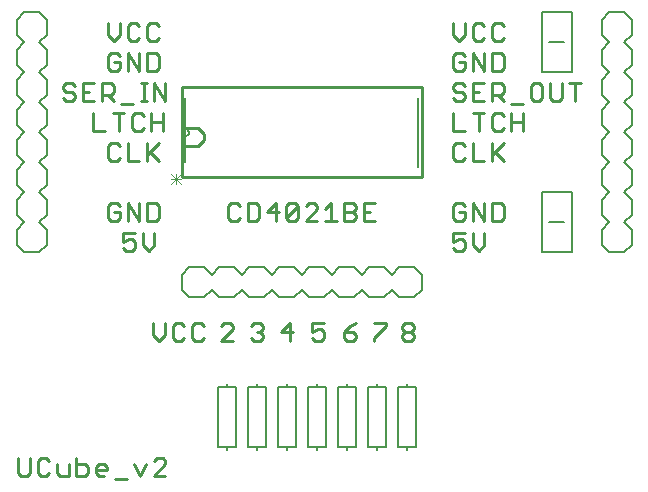
<source format=gto>
G75*
G70*
%OFA0B0*%
%FSLAX24Y24*%
%IPPOS*%
%LPD*%
%AMOC8*
5,1,8,0,0,1.08239X$1,22.5*
%
%ADD10C,0.0100*%
%ADD11C,0.0110*%
%ADD12C,0.0060*%
%ADD13C,0.0030*%
%ADD14C,0.0080*%
D10*
X006487Y010600D02*
X014487Y010600D01*
X014487Y013600D01*
X006487Y013600D01*
X006487Y010600D01*
X006637Y011650D02*
X007037Y011650D01*
X007037Y012250D02*
X006637Y012250D01*
D11*
X001042Y000753D02*
X001140Y000655D01*
X001337Y000655D01*
X001435Y000753D01*
X001435Y001246D01*
X001686Y001147D02*
X001686Y000753D01*
X001785Y000655D01*
X001981Y000655D01*
X002080Y000753D01*
X002331Y000753D02*
X002429Y000655D01*
X002724Y000655D01*
X002724Y001049D01*
X002975Y001049D02*
X003271Y001049D01*
X003369Y000950D01*
X003369Y000753D01*
X003271Y000655D01*
X002975Y000655D01*
X002975Y001246D01*
X002331Y001049D02*
X002331Y000753D01*
X002080Y001147D02*
X001981Y001246D01*
X001785Y001246D01*
X001686Y001147D01*
X001042Y001246D02*
X001042Y000753D01*
X003620Y000753D02*
X003718Y000655D01*
X003915Y000655D01*
X003620Y000753D02*
X003620Y000950D01*
X003718Y001049D01*
X003915Y001049D01*
X004014Y000950D01*
X004014Y000852D01*
X003620Y000852D01*
X004264Y000557D02*
X004658Y000557D01*
X005106Y000655D02*
X005303Y001049D01*
X005554Y001147D02*
X005652Y001246D01*
X005849Y001246D01*
X005947Y001147D01*
X005947Y001049D01*
X005554Y000655D01*
X005947Y000655D01*
X005106Y000655D02*
X004909Y001049D01*
X005739Y005155D02*
X005935Y005352D01*
X005935Y005746D01*
X006186Y005647D02*
X006186Y005253D01*
X006285Y005155D01*
X006481Y005155D01*
X006580Y005253D01*
X006831Y005253D02*
X006929Y005155D01*
X007126Y005155D01*
X007224Y005253D01*
X006831Y005253D02*
X006831Y005647D01*
X006929Y005746D01*
X007126Y005746D01*
X007224Y005647D01*
X007792Y005647D02*
X007890Y005746D01*
X008087Y005746D01*
X008185Y005647D01*
X008185Y005549D01*
X007792Y005155D01*
X008185Y005155D01*
X008792Y005253D02*
X008890Y005155D01*
X009087Y005155D01*
X009185Y005253D01*
X009185Y005352D01*
X009087Y005450D01*
X008989Y005450D01*
X009087Y005450D02*
X009185Y005549D01*
X009185Y005647D01*
X009087Y005746D01*
X008890Y005746D01*
X008792Y005647D01*
X009792Y005450D02*
X010185Y005450D01*
X010087Y005155D02*
X010087Y005746D01*
X009792Y005450D01*
X010842Y005450D02*
X011039Y005549D01*
X011137Y005549D01*
X011235Y005450D01*
X011235Y005253D01*
X011137Y005155D01*
X010940Y005155D01*
X010842Y005253D01*
X010842Y005450D02*
X010842Y005746D01*
X011235Y005746D01*
X011892Y005450D02*
X011892Y005253D01*
X011990Y005155D01*
X012187Y005155D01*
X012285Y005253D01*
X012285Y005352D01*
X012187Y005450D01*
X011892Y005450D01*
X012089Y005647D01*
X012285Y005746D01*
X012892Y005746D02*
X013285Y005746D01*
X013285Y005647D01*
X012892Y005253D01*
X012892Y005155D01*
X013842Y005253D02*
X013940Y005155D01*
X014137Y005155D01*
X014235Y005253D01*
X014235Y005352D01*
X014137Y005450D01*
X013940Y005450D01*
X013842Y005549D01*
X013842Y005647D01*
X013940Y005746D01*
X014137Y005746D01*
X014235Y005647D01*
X014235Y005549D01*
X014137Y005450D01*
X013940Y005450D02*
X013842Y005352D01*
X013842Y005253D01*
X015640Y008155D02*
X015542Y008253D01*
X015640Y008155D02*
X015837Y008155D01*
X015935Y008253D01*
X015935Y008450D01*
X015837Y008549D01*
X015739Y008549D01*
X015542Y008450D01*
X015542Y008746D01*
X015935Y008746D01*
X016186Y008746D02*
X016186Y008352D01*
X016383Y008155D01*
X016580Y008352D01*
X016580Y008746D01*
X016580Y009155D02*
X016580Y009746D01*
X016831Y009746D02*
X017126Y009746D01*
X017224Y009647D01*
X017224Y009253D01*
X017126Y009155D01*
X016831Y009155D01*
X016831Y009746D01*
X016580Y009155D02*
X016186Y009746D01*
X016186Y009155D01*
X015935Y009253D02*
X015935Y009450D01*
X015739Y009450D01*
X015935Y009253D02*
X015837Y009155D01*
X015640Y009155D01*
X015542Y009253D01*
X015542Y009647D01*
X015640Y009746D01*
X015837Y009746D01*
X015935Y009647D01*
X015837Y011155D02*
X015640Y011155D01*
X015542Y011253D01*
X015542Y011647D01*
X015640Y011746D01*
X015837Y011746D01*
X015935Y011647D01*
X016186Y011746D02*
X016186Y011155D01*
X016580Y011155D01*
X016831Y011155D02*
X016831Y011746D01*
X016929Y011450D02*
X017224Y011155D01*
X016831Y011352D02*
X017224Y011746D01*
X017126Y012155D02*
X017224Y012253D01*
X017126Y012155D02*
X016929Y012155D01*
X016831Y012253D01*
X016831Y012647D01*
X016929Y012746D01*
X017126Y012746D01*
X017224Y012647D01*
X017475Y012746D02*
X017475Y012155D01*
X017475Y012450D02*
X017869Y012450D01*
X017869Y012155D02*
X017869Y012746D01*
X017869Y013057D02*
X017475Y013057D01*
X017224Y013155D02*
X017028Y013352D01*
X017126Y013352D02*
X016831Y013352D01*
X016831Y013155D02*
X016831Y013746D01*
X017126Y013746D01*
X017224Y013647D01*
X017224Y013450D01*
X017126Y013352D01*
X016580Y013155D02*
X016186Y013155D01*
X016186Y013746D01*
X016580Y013746D01*
X016383Y013450D02*
X016186Y013450D01*
X015935Y013352D02*
X015935Y013253D01*
X015837Y013155D01*
X015640Y013155D01*
X015542Y013253D01*
X015640Y013450D02*
X015837Y013450D01*
X015935Y013352D01*
X015640Y013450D02*
X015542Y013549D01*
X015542Y013647D01*
X015640Y013746D01*
X015837Y013746D01*
X015935Y013647D01*
X015837Y014155D02*
X015640Y014155D01*
X015542Y014253D01*
X015542Y014647D01*
X015640Y014746D01*
X015837Y014746D01*
X015935Y014647D01*
X015935Y014450D02*
X015739Y014450D01*
X015935Y014450D02*
X015935Y014253D01*
X015837Y014155D01*
X016186Y014155D02*
X016186Y014746D01*
X016580Y014155D01*
X016580Y014746D01*
X016831Y014746D02*
X017126Y014746D01*
X017224Y014647D01*
X017224Y014253D01*
X017126Y014155D01*
X016831Y014155D01*
X016831Y014746D01*
X016929Y015155D02*
X017126Y015155D01*
X017224Y015253D01*
X016929Y015155D02*
X016831Y015253D01*
X016831Y015647D01*
X016929Y015746D01*
X017126Y015746D01*
X017224Y015647D01*
X016580Y015647D02*
X016481Y015746D01*
X016285Y015746D01*
X016186Y015647D01*
X016186Y015253D01*
X016285Y015155D01*
X016481Y015155D01*
X016580Y015253D01*
X015935Y015352D02*
X015935Y015746D01*
X015542Y015746D02*
X015542Y015352D01*
X015739Y015155D01*
X015935Y015352D01*
X018120Y013647D02*
X018120Y013253D01*
X018218Y013155D01*
X018415Y013155D01*
X018514Y013253D01*
X018514Y013647D01*
X018415Y013746D01*
X018218Y013746D01*
X018120Y013647D01*
X018764Y013746D02*
X018764Y013253D01*
X018863Y013155D01*
X019060Y013155D01*
X019158Y013253D01*
X019158Y013746D01*
X019409Y013746D02*
X019803Y013746D01*
X019606Y013746D02*
X019606Y013155D01*
X016580Y012746D02*
X016186Y012746D01*
X016383Y012746D02*
X016383Y012155D01*
X015935Y012155D02*
X015542Y012155D01*
X015542Y012746D01*
X015935Y011253D02*
X015837Y011155D01*
X012947Y009746D02*
X012554Y009746D01*
X012554Y009155D01*
X012947Y009155D01*
X012750Y009450D02*
X012554Y009450D01*
X012303Y009352D02*
X012303Y009253D01*
X012204Y009155D01*
X011909Y009155D01*
X011909Y009746D01*
X012204Y009746D01*
X012303Y009647D01*
X012303Y009549D01*
X012204Y009450D01*
X011909Y009450D01*
X012204Y009450D02*
X012303Y009352D01*
X011658Y009155D02*
X011264Y009155D01*
X011461Y009155D02*
X011461Y009746D01*
X011264Y009549D01*
X011014Y009549D02*
X011014Y009647D01*
X010915Y009746D01*
X010718Y009746D01*
X010620Y009647D01*
X010369Y009647D02*
X009975Y009253D01*
X010074Y009155D01*
X010271Y009155D01*
X010369Y009253D01*
X010369Y009647D01*
X010271Y009746D01*
X010074Y009746D01*
X009975Y009647D01*
X009975Y009253D01*
X009724Y009450D02*
X009331Y009450D01*
X009626Y009746D01*
X009626Y009155D01*
X009080Y009253D02*
X009080Y009647D01*
X008981Y009746D01*
X008686Y009746D01*
X008686Y009155D01*
X008981Y009155D01*
X009080Y009253D01*
X008435Y009253D02*
X008337Y009155D01*
X008140Y009155D01*
X008042Y009253D01*
X008042Y009647D01*
X008140Y009746D01*
X008337Y009746D01*
X008435Y009647D01*
X010620Y009155D02*
X011014Y009549D01*
X011014Y009155D02*
X010620Y009155D01*
X007239Y011852D02*
X007239Y012049D01*
X007042Y012246D01*
X007239Y011852D02*
X007042Y011655D01*
X005869Y012155D02*
X005869Y012746D01*
X005869Y012450D02*
X005475Y012450D01*
X005224Y012253D02*
X005126Y012155D01*
X004929Y012155D01*
X004831Y012253D01*
X004831Y012647D01*
X004929Y012746D01*
X005126Y012746D01*
X005224Y012647D01*
X005475Y012746D02*
X005475Y012155D01*
X005331Y011746D02*
X005331Y011155D01*
X005331Y011352D02*
X005724Y011746D01*
X005429Y011450D02*
X005724Y011155D01*
X005080Y011155D02*
X004686Y011155D01*
X004686Y011746D01*
X004435Y011647D02*
X004337Y011746D01*
X004140Y011746D01*
X004042Y011647D01*
X004042Y011253D01*
X004140Y011155D01*
X004337Y011155D01*
X004435Y011253D01*
X004383Y012155D02*
X004383Y012746D01*
X004186Y012746D02*
X004580Y012746D01*
X004475Y013057D02*
X004869Y013057D01*
X005120Y013155D02*
X005317Y013155D01*
X005218Y013155D02*
X005218Y013746D01*
X005120Y013746D02*
X005317Y013746D01*
X005550Y013746D02*
X005943Y013155D01*
X005943Y013746D01*
X005550Y013746D02*
X005550Y013155D01*
X005626Y014155D02*
X005331Y014155D01*
X005331Y014746D01*
X005626Y014746D01*
X005724Y014647D01*
X005724Y014253D01*
X005626Y014155D01*
X005080Y014155D02*
X005080Y014746D01*
X004686Y014746D02*
X005080Y014155D01*
X004686Y014155D02*
X004686Y014746D01*
X004435Y014647D02*
X004337Y014746D01*
X004140Y014746D01*
X004042Y014647D01*
X004042Y014253D01*
X004140Y014155D01*
X004337Y014155D01*
X004435Y014253D01*
X004435Y014450D01*
X004239Y014450D01*
X004239Y015155D02*
X004435Y015352D01*
X004435Y015746D01*
X004686Y015647D02*
X004686Y015253D01*
X004785Y015155D01*
X004981Y015155D01*
X005080Y015253D01*
X005331Y015253D02*
X005429Y015155D01*
X005626Y015155D01*
X005724Y015253D01*
X005331Y015253D02*
X005331Y015647D01*
X005429Y015746D01*
X005626Y015746D01*
X005724Y015647D01*
X005080Y015647D02*
X004981Y015746D01*
X004785Y015746D01*
X004686Y015647D01*
X004042Y015746D02*
X004042Y015352D01*
X004239Y015155D01*
X004126Y013746D02*
X003831Y013746D01*
X003831Y013155D01*
X003831Y013352D02*
X004126Y013352D01*
X004224Y013450D01*
X004224Y013647D01*
X004126Y013746D01*
X004028Y013352D02*
X004224Y013155D01*
X003580Y013155D02*
X003186Y013155D01*
X003186Y013746D01*
X003580Y013746D01*
X003383Y013450D02*
X003186Y013450D01*
X002935Y013352D02*
X002935Y013253D01*
X002837Y013155D01*
X002640Y013155D01*
X002542Y013253D01*
X002640Y013450D02*
X002837Y013450D01*
X002935Y013352D01*
X002935Y013647D02*
X002837Y013746D01*
X002640Y013746D01*
X002542Y013647D01*
X002542Y013549D01*
X002640Y013450D01*
X003542Y012746D02*
X003542Y012155D01*
X003935Y012155D01*
X004140Y009746D02*
X004042Y009647D01*
X004042Y009253D01*
X004140Y009155D01*
X004337Y009155D01*
X004435Y009253D01*
X004435Y009450D01*
X004239Y009450D01*
X004435Y009647D02*
X004337Y009746D01*
X004140Y009746D01*
X004686Y009746D02*
X005080Y009155D01*
X005080Y009746D01*
X005331Y009746D02*
X005626Y009746D01*
X005724Y009647D01*
X005724Y009253D01*
X005626Y009155D01*
X005331Y009155D01*
X005331Y009746D01*
X004686Y009746D02*
X004686Y009155D01*
X004542Y008746D02*
X004542Y008450D01*
X004739Y008549D01*
X004837Y008549D01*
X004935Y008450D01*
X004935Y008253D01*
X004837Y008155D01*
X004640Y008155D01*
X004542Y008253D01*
X004542Y008746D02*
X004935Y008746D01*
X005186Y008746D02*
X005186Y008352D01*
X005383Y008155D01*
X005580Y008352D01*
X005580Y008746D01*
X005542Y005746D02*
X005542Y005352D01*
X005739Y005155D01*
X006186Y005647D02*
X006285Y005746D01*
X006481Y005746D01*
X006580Y005647D01*
D12*
X006607Y011120D02*
X006607Y011980D01*
X006607Y012220D01*
X006607Y013250D01*
X006607Y012220D02*
X006628Y012218D01*
X006648Y012213D01*
X006667Y012204D01*
X006684Y012192D01*
X006699Y012177D01*
X006711Y012160D01*
X006720Y012141D01*
X006725Y012121D01*
X006727Y012100D01*
X006725Y012079D01*
X006720Y012059D01*
X006711Y012040D01*
X006699Y012023D01*
X006684Y012008D01*
X006667Y011996D01*
X006648Y011987D01*
X006628Y011982D01*
X006607Y011980D01*
X014367Y010950D02*
X014367Y013250D01*
D13*
X006453Y010699D02*
X006140Y010385D01*
X006296Y010385D02*
X006296Y010699D01*
X006140Y010699D02*
X006453Y010385D01*
X006453Y010542D02*
X006140Y010542D01*
D14*
X006737Y007600D02*
X006487Y007350D01*
X006487Y006850D01*
X006737Y006600D01*
X007237Y006600D01*
X007487Y006850D01*
X007737Y006600D01*
X008237Y006600D01*
X008487Y006850D01*
X008737Y006600D01*
X009237Y006600D01*
X009487Y006850D01*
X009737Y006600D01*
X010237Y006600D01*
X010487Y006850D01*
X010737Y006600D01*
X011237Y006600D01*
X011487Y006850D01*
X011737Y006600D01*
X012237Y006600D01*
X012487Y006850D01*
X012737Y006600D01*
X013237Y006600D01*
X013487Y006850D01*
X013737Y006600D01*
X014237Y006600D01*
X014487Y006850D01*
X014487Y007350D01*
X014237Y007600D01*
X013737Y007600D01*
X013487Y007350D01*
X013237Y007600D01*
X012737Y007600D01*
X012487Y007350D01*
X012237Y007600D01*
X011737Y007600D01*
X011487Y007350D01*
X011237Y007600D01*
X010737Y007600D01*
X010487Y007350D01*
X010237Y007600D01*
X009737Y007600D01*
X009487Y007350D01*
X009237Y007600D01*
X008737Y007600D01*
X008487Y007350D01*
X008237Y007600D01*
X007737Y007600D01*
X007487Y007350D01*
X007237Y007600D01*
X006737Y007600D01*
X001987Y008350D02*
X001987Y008850D01*
X001737Y009100D01*
X001987Y009350D01*
X001987Y009850D01*
X001737Y010100D01*
X001987Y010350D01*
X001987Y010850D01*
X001737Y011100D01*
X001987Y011350D01*
X001987Y011850D01*
X001737Y012100D01*
X001987Y012350D01*
X001987Y012850D01*
X001737Y013100D01*
X001987Y013350D01*
X001987Y013850D01*
X001737Y014100D01*
X001987Y014350D01*
X001987Y014850D01*
X001737Y015100D01*
X001987Y015350D01*
X001987Y015850D01*
X001737Y016100D01*
X001237Y016100D01*
X000987Y015850D01*
X000987Y015350D01*
X001237Y015100D01*
X000987Y014850D01*
X000987Y014350D01*
X001237Y014100D01*
X000987Y013850D01*
X000987Y013350D01*
X001237Y013100D01*
X000987Y012850D01*
X000987Y012350D01*
X001237Y012100D01*
X000987Y011850D01*
X000987Y011350D01*
X001237Y011100D01*
X000987Y010850D01*
X000987Y010350D01*
X001237Y010100D01*
X000987Y009850D01*
X000987Y009350D01*
X001237Y009100D01*
X000987Y008850D01*
X000987Y008350D01*
X001237Y008100D01*
X001737Y008100D01*
X001987Y008350D01*
X007987Y003700D02*
X007987Y003600D01*
X008287Y003600D01*
X008287Y001600D01*
X007987Y001600D01*
X007987Y001500D01*
X007987Y001600D02*
X007687Y001600D01*
X007687Y003600D01*
X007987Y003600D01*
X008687Y003600D02*
X008987Y003600D01*
X008987Y003700D01*
X008987Y003600D02*
X009287Y003600D01*
X009287Y001600D01*
X008987Y001600D01*
X008987Y001500D01*
X008987Y001600D02*
X008687Y001600D01*
X008687Y003600D01*
X009687Y003600D02*
X009987Y003600D01*
X009987Y003700D01*
X009987Y003600D02*
X010287Y003600D01*
X010287Y001600D01*
X009987Y001600D01*
X009987Y001500D01*
X009987Y001600D02*
X009687Y001600D01*
X009687Y003600D01*
X010687Y003600D02*
X010987Y003600D01*
X010987Y003700D01*
X010987Y003600D02*
X011287Y003600D01*
X011287Y001600D01*
X010987Y001600D01*
X010987Y001500D01*
X010987Y001600D02*
X010687Y001600D01*
X010687Y003600D01*
X011687Y003600D02*
X011987Y003600D01*
X011987Y003700D01*
X011987Y003600D02*
X012287Y003600D01*
X012287Y001600D01*
X011987Y001600D01*
X011987Y001500D01*
X011987Y001600D02*
X011687Y001600D01*
X011687Y003600D01*
X012687Y003600D02*
X012987Y003600D01*
X012987Y003700D01*
X012987Y003600D02*
X013287Y003600D01*
X013287Y001600D01*
X012987Y001600D01*
X012987Y001500D01*
X012987Y001600D02*
X012687Y001600D01*
X012687Y003600D01*
X013687Y003600D02*
X013987Y003600D01*
X013987Y003700D01*
X013987Y003600D02*
X014287Y003600D01*
X014287Y001600D01*
X013987Y001600D01*
X013987Y001500D01*
X013987Y001600D02*
X013687Y001600D01*
X013687Y003600D01*
X018487Y008100D02*
X019487Y008100D01*
X019487Y010100D01*
X018487Y010100D01*
X018487Y008100D01*
X018737Y009100D02*
X019237Y009100D01*
X020487Y008850D02*
X020487Y008350D01*
X020737Y008100D01*
X021237Y008100D01*
X021487Y008350D01*
X021487Y008850D01*
X021237Y009100D01*
X021487Y009350D01*
X021487Y009850D01*
X021237Y010100D01*
X021487Y010350D01*
X021487Y010850D01*
X021237Y011100D01*
X021487Y011350D01*
X021487Y011850D01*
X021237Y012100D01*
X021487Y012350D01*
X021487Y012850D01*
X021237Y013100D01*
X021487Y013350D01*
X021487Y013850D01*
X021237Y014100D01*
X021487Y014350D01*
X021487Y014850D01*
X021237Y015100D01*
X021487Y015350D01*
X021487Y015850D01*
X021237Y016100D01*
X020737Y016100D01*
X020487Y015850D01*
X020487Y015350D01*
X020737Y015100D01*
X020487Y014850D01*
X020487Y014350D01*
X020737Y014100D01*
X020487Y013850D01*
X020487Y013350D01*
X020737Y013100D01*
X020487Y012850D01*
X020487Y012350D01*
X020737Y012100D01*
X020487Y011850D01*
X020487Y011350D01*
X020737Y011100D01*
X020487Y010850D01*
X020487Y010350D01*
X020737Y010100D01*
X020487Y009850D01*
X020487Y009350D01*
X020737Y009100D01*
X020487Y008850D01*
X019487Y014100D02*
X018487Y014100D01*
X018487Y016100D01*
X019487Y016100D01*
X019487Y014100D01*
X019237Y015100D02*
X018737Y015100D01*
M02*

</source>
